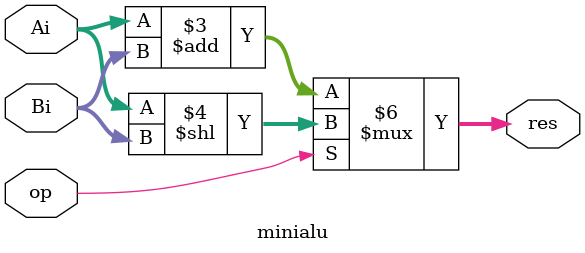
<source format=sv>
module minialu(Ai, Bi, op, res);
		input [3:0] Ai;
		input [3:0] Bi;
		input op;
		output reg [19:0] res;
	always @ (*) begin
		if(!op) begin //op is 0
			res = Ai + Bi;
		end else begin
			res = Ai << Bi;
		end
	end
endmodule
</source>
